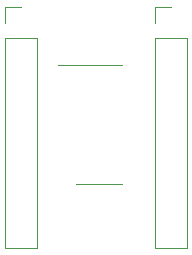
<source format=gbr>
%TF.GenerationSoftware,KiCad,Pcbnew,(5.1.9)-1*%
%TF.CreationDate,2021-09-05T15:11:21+02:00*%
%TF.ProjectId,SOIC-16,534f4943-2d31-4362-9e6b-696361645f70,rev?*%
%TF.SameCoordinates,Original*%
%TF.FileFunction,Legend,Top*%
%TF.FilePolarity,Positive*%
%FSLAX46Y46*%
G04 Gerber Fmt 4.6, Leading zero omitted, Abs format (unit mm)*
G04 Created by KiCad (PCBNEW (5.1.9)-1) date 2021-09-05 15:11:21*
%MOMM*%
%LPD*%
G01*
G04 APERTURE LIST*
%ADD10C,0.120000*%
G04 APERTURE END LIST*
D10*
%TO.C,U1*%
X146304000Y-100056000D02*
X148254000Y-100056000D01*
X146304000Y-100056000D02*
X144354000Y-100056000D01*
X146304000Y-89936000D02*
X148254000Y-89936000D01*
X146304000Y-89936000D02*
X142854000Y-89936000D01*
%TO.C,J2*%
X151070000Y-105470000D02*
X153730000Y-105470000D01*
X151070000Y-87630000D02*
X151070000Y-105470000D01*
X153730000Y-87630000D02*
X153730000Y-105470000D01*
X151070000Y-87630000D02*
X153730000Y-87630000D01*
X151070000Y-86360000D02*
X151070000Y-85030000D01*
X151070000Y-85030000D02*
X152400000Y-85030000D01*
%TO.C,J1*%
X138370000Y-105470000D02*
X141030000Y-105470000D01*
X138370000Y-87630000D02*
X138370000Y-105470000D01*
X141030000Y-87630000D02*
X141030000Y-105470000D01*
X138370000Y-87630000D02*
X141030000Y-87630000D01*
X138370000Y-86360000D02*
X138370000Y-85030000D01*
X138370000Y-85030000D02*
X139700000Y-85030000D01*
%TD*%
M02*

</source>
